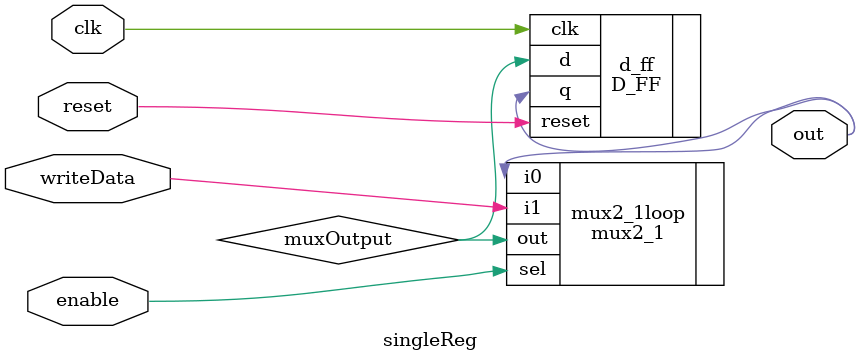
<source format=sv>
module singleReg (enable, writeData, out, reset, clk);
	
	input logic enable;
	input logic reset;
	input logic writeData;
	input logic clk;
	output logic out;
	
	logic  muxOutput;
	
			mux2_1 mux2_1loop(.out(muxOutput), .i0(out), .i1(writeData), .sel(enable));
			D_FF d_ff (.q(out), .d(muxOutput), .reset(reset), .clk(clk));
				

endmodule
		

</source>
